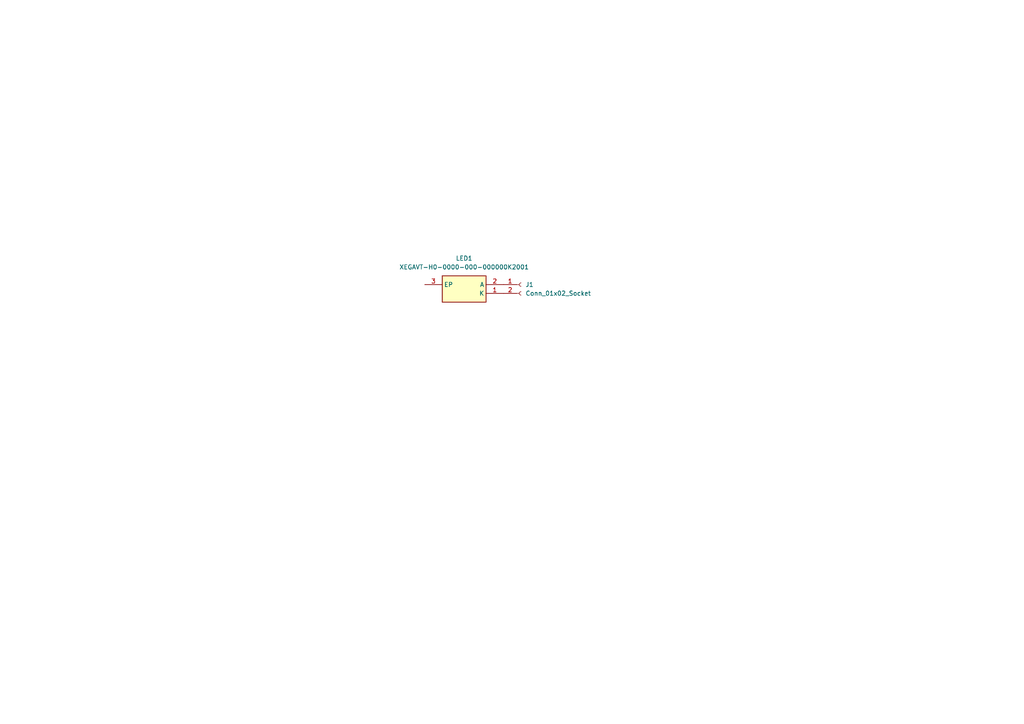
<source format=kicad_sch>
(kicad_sch (version 20231120) (generator "eeschema") (generator_version "8.0")
  (paper "A4")
  (lib_symbols
    (symbol "6_wave_stimulator:XEGAVT-H0-0000-000-000000K2001"
      (property "Reference" "LED" (at 19.05 7.62 0))
      (property "Value" "XEGAVT-H0-0000-000-000000K2001" (at 19.05 5.08 0))
      (symbol "XEGAVT-H0-0000-000-000000K2001_1_1"
        (rectangle (start 5.08 2.54) (end 17.78 -5.08) (stroke (width 0.254)) (fill (type background)))
        (pin passive line (at 22.86 -2.54 180) (length 5.08) (name "K") (number "1"))
        (pin passive line (at 22.86 0 180) (length 5.08) (name "A") (number "2"))
        (pin passive line (at 0 0 0) (length 5.08) (name "EP") (number "3"))
      )
    )
    (symbol "Connector:Conn_01x02_Socket" (pin_names (offset 1.016) hide)
      (property "Reference" "J" (at 0 2.54 0))
      (property "Value" "Conn_01x02_Socket" (at 0 -5.08 0))
      (symbol "Conn_01x02_Socket_1_1"
        (arc (start 0 -2.032) (mid -0.5058 -2.54) (end 0 -3.048) (stroke (width 0.1524)))
        (polyline (pts (xy -1.27 -2.54) (xy -0.508 -2.54)) (stroke (width 0.1524)))
        (polyline (pts (xy -1.27 0) (xy -0.508 0)) (stroke (width 0.1524)))
        (arc (start 0 0.508) (mid -0.5058 0) (end 0 -0.508) (stroke (width 0.1524)))
        (pin passive line (at -5.08 0 0) (length 3.81) (name "Pin_1") (number "1"))
        (pin passive line (at -5.08 -2.54 0) (length 3.81) (name "Pin_2") (number "2"))
      )
    )
  )
  (symbol (lib_id "6_wave_stimulator:XEGAVT-H0-0000-000-000000K2001") (at 123.19 82.55 0) (unit 1)
    (property "Reference" "LED1" (at 134.62 74.93 0))
    (property "Value" "XEGAVT-H0-0000-000-000000K2001" (at 134.62 77.47 0))
    (property "Footprint" "6_wave_stimulator:XEGAVTH00000000000000K2001" (effects (hide yes)))
    (property "Datasheet" "https://downloads.cree-led.com/files/ds/x/XLamp-XE-G.pdf" (effects (hide yes)))
    (property "Description" "LED Lighting Color XLamp XE-G Violet 3-SMD, No Lead" (effects (hide yes)))
    (property "Height" "1.13" (effects (hide yes)))
    (property "Mouser Part Number" "941-XEGAVTH000K2001" (effects (hide yes)))
    (property "Mouser Price/Stock" "https://www.mouser.co.uk/ProductDetail/Cree-LED/XEGAVT-H0-0000-000-000000K2001?qs=tlsG%2FOw5FFj53iw%2Fdp2xvQ%3D%3D" (effects (hide yes)))
    (property "Manufacturer_Name" "CREE LED" (effects (hide yes)))
    (property "Manufacturer_Part_Number" "XEGAVT-H0-0000-000-000000K2001" (effects (hide yes)))
  )
  (symbol (lib_id "Connector:Conn_01x02_Socket") (at 151.13 82.55 0) (unit 1)
    (property "Reference" "J1" (at 152.4 82.5499 0) (effects (justify left)))
    (property "Value" "Conn_01x02_Socket" (at 152.4 85.0899 0) (effects (justify left)))
    (property "Footprint" "Connector_JST:JST_XH_B2B-XH-A_1x02_P2.50mm_Vertical" (effects (hide yes)))
    (property "Description" "Generic connector, single row, 01x02, script generated" (effects (hide yes)))
  )
)
</source>
